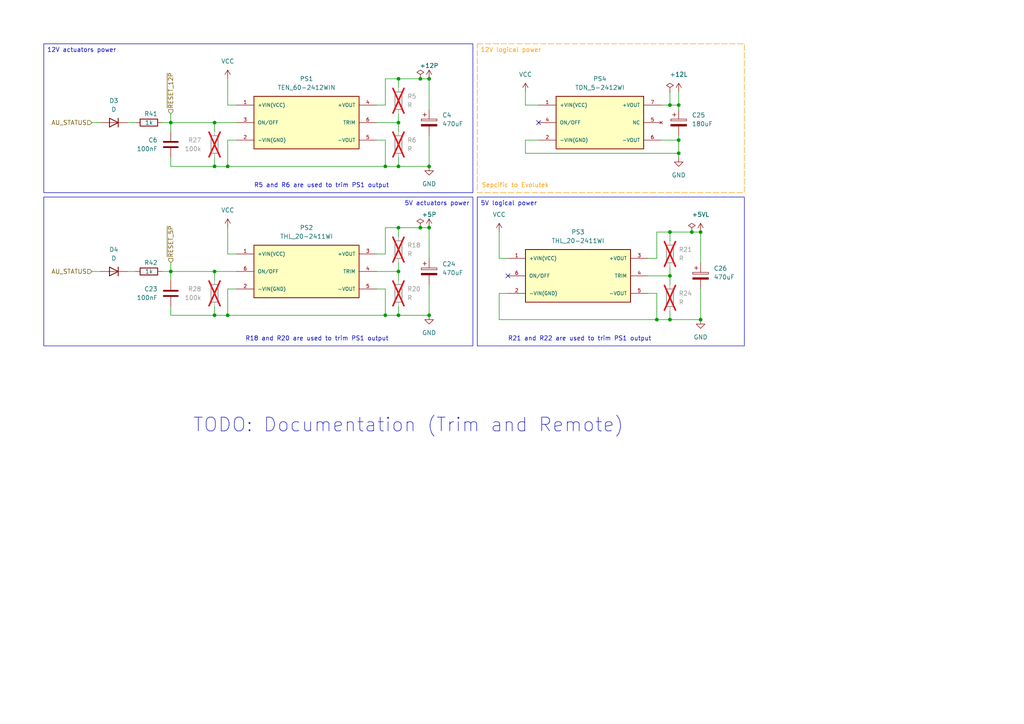
<source format=kicad_sch>
(kicad_sch (version 20230121) (generator eeschema)
  (paper "A4")
  (lib_symbols
    (symbol "ComponentsEvo:TDN_5-2412WI" (pin_names (offset 1.016))
      (property "Reference" "PS" (at -12.7 8.128 0))
      (property "Value" "TDN_5-2412WI" (at -12.7 -10.16 0))
      (symbol "TDN_5-2412WI_0_0"
        (rectangle (start -12.7 -7.62) (end 12.7 7.62) (stroke (width 0.254)) (fill (type background)))
        (pin input line (at -17.78 5.08 0) (length 5.08) (name "+VIN(VCC)") (number "1"))
        (pin input line (at -17.78 -5.08 0) (length 5.08) (name "-VIN(GND)") (number "2"))
        (pin input line (at -17.78 0 0) (length 5.08) (name "ON/OFF") (number "4"))
        (pin no_connect line (at 17.78 0 180) (length 5.08) (name "NC") (number "5"))
        (pin output line (at 17.78 -5.08 180) (length 5.08) (name "-VOUT") (number "6"))
        (pin output line (at 17.78 5.08 180) (length 5.08) (name "+VOUT") (number "7"))
      )
    )
    (symbol "ComponentsEvo:TEN_60-2412WIN" (pin_names (offset 1.016))
      (property "Reference" "PS" (at -15.24 10.16 0))
      (property "Value" "TEN_60-2412WIN" (at -15.24 -10.16 0))
      (symbol "TEN_60-2412WIN_0_0"
        (rectangle (start -15.24 -7.62) (end 15.24 7.62) (stroke (width 0.254)) (fill (type background)))
        (pin input line (at -20.32 5.08 0) (length 5.08) (name "+VIN(VCC)") (number "1"))
        (pin input line (at -20.32 -5.08 0) (length 5.08) (name "-VIN(GND)") (number "2"))
        (pin input line (at -20.32 0 0) (length 5.08) (name "ON/OFF") (number "3"))
        (pin output line (at 20.32 5.08 180) (length 5.08) (name "+VOUT") (number "4"))
        (pin output line (at 20.32 -5.08 180) (length 5.08) (name "-VOUT") (number "5"))
        (pin passive line (at 20.32 0 180) (length 5.08) (name "TRIM") (number "6"))
      )
    )
    (symbol "ComponentsEvo:THL_20-2411WI" (pin_names (offset 1.016))
      (property "Reference" "PS" (at -15.24 8.382 0))
      (property "Value" "THL_20-2411WI" (at -15.24 -10.16 0))
      (symbol "THL_20-2411WI_0_0"
        (rectangle (start -15.24 -7.62) (end 15.24 7.62) (stroke (width 0.254)) (fill (type background)))
        (pin input line (at -20.32 5.08 0) (length 5.08) (name "+VIN(VCC)") (number "1"))
        (pin input line (at -20.32 -5.08 0) (length 5.08) (name "-VIN(GND)") (number "2"))
        (pin output line (at 20.32 5.08 180) (length 5.08) (name "+VOUT") (number "3"))
        (pin passive line (at 20.32 0 180) (length 5.08) (name "TRIM") (number "4"))
        (pin output line (at 20.32 -5.08 180) (length 5.08) (name "-VOUT") (number "5"))
        (pin input line (at -20.32 0 0) (length 5.08) (name "ON/OFF") (number "6"))
      )
    )
    (symbol "Device:C" (pin_numbers hide) (pin_names (offset 0.254))
      (property "Reference" "C" (at 0.635 2.54 0))
      (property "Value" "C" (at 0.635 -2.54 0))
      (symbol "C_0_1"
        (polyline (pts (xy -2.032 -0.762) (xy 2.032 -0.762)) (stroke (width 0.508)))
        (polyline (pts (xy -2.032 0.762) (xy 2.032 0.762)) (stroke (width 0.508)))
      )
      (symbol "C_1_1"
        (pin passive line (at 0 3.81 270) (length 2.794) (name "~") (number "1"))
        (pin passive line (at 0 -3.81 90) (length 2.794) (name "~") (number "2"))
      )
    )
    (symbol "Device:C_Polarized" (pin_numbers hide) (pin_names (offset 0.254))
      (property "Reference" "C" (at 0.635 2.54 0))
      (property "Value" "C_Polarized" (at 0.635 -2.54 0))
      (symbol "C_Polarized_0_1"
        (rectangle (start -2.286 0.508) (end 2.286 1.016))
        (polyline (pts (xy -1.778 2.286) (xy -0.762 2.286)))
        (polyline (pts (xy -1.27 2.794) (xy -1.27 1.778)))
        (rectangle (start 2.286 -0.508) (end -2.286 -1.016) (fill (type outline)))
      )
      (symbol "C_Polarized_1_1"
        (pin passive line (at 0 3.81 270) (length 2.794) (name "~") (number "1"))
        (pin passive line (at 0 -3.81 90) (length 2.794) (name "~") (number "2"))
      )
    )
    (symbol "Device:D" (pin_numbers hide) (pin_names (offset 1.016) hide)
      (property "Reference" "D" (at 0 2.54 0))
      (property "Value" "D" (at 0 -2.54 0))
      (symbol "D_0_1"
        (polyline (pts (xy -1.27 1.27) (xy -1.27 -1.27)) (stroke (width 0.254)))
        (polyline (pts (xy 1.27 0) (xy -1.27 0)))
        (polyline (pts (xy 1.27 1.27) (xy 1.27 -1.27) (xy -1.27 0) (xy 1.27 1.27)) (stroke (width 0.254)))
      )
      (symbol "D_1_1"
        (pin passive line (at -3.81 0 0) (length 2.54) (name "K") (number "1"))
        (pin passive line (at 3.81 0 180) (length 2.54) (name "A") (number "2"))
      )
    )
    (symbol "Device:R" (pin_numbers hide) (pin_names (offset 0))
      (property "Reference" "R" (at 2.032 0 90))
      (property "Value" "R" (at 0 0 90))
      (symbol "R_0_1"
        (rectangle (start -1.016 -2.54) (end 1.016 2.54) (stroke (width 0.254)))
      )
      (symbol "R_1_1"
        (pin passive line (at 0 3.81 270) (length 1.27) (name "~") (number "1"))
        (pin passive line (at 0 -3.81 90) (length 1.27) (name "~") (number "2"))
      )
    )
    (symbol "power:+12L" (power) (pin_names (offset 0))
      (property "Value" "+12L" (at 0 3.556 0))
      (symbol "+12L_0_1"
        (polyline (pts (xy -0.762 1.27) (xy 0 2.54)))
        (polyline (pts (xy 0 0) (xy 0 2.54)))
        (polyline (pts (xy 0 2.54) (xy 0.762 1.27)))
      )
      (symbol "+12L_1_1"
        (pin power_in line (at 0 0 90) (length 0) hide (name "+12L") (number "1"))
      )
    )
    (symbol "power:+12P" (power) (pin_names (offset 0))
      (property "Value" "+12P" (at 0 3.556 0))
      (symbol "+12P_0_1"
        (polyline (pts (xy -0.762 1.27) (xy 0 2.54)))
        (polyline (pts (xy 0 0) (xy 0 2.54)))
        (polyline (pts (xy 0 2.54) (xy 0.762 1.27)))
      )
      (symbol "+12P_1_1"
        (pin power_in line (at 0 0 90) (length 0) hide (name "+12P") (number "1"))
      )
    )
    (symbol "power:+5P" (power) (pin_names (offset 0))
      (property "Value" "+5P" (at 0 3.556 0))
      (symbol "+5P_0_1"
        (polyline (pts (xy -0.762 1.27) (xy 0 2.54)))
        (polyline (pts (xy 0 0) (xy 0 2.54)))
        (polyline (pts (xy 0 2.54) (xy 0.762 1.27)))
      )
      (symbol "+5P_1_1"
        (pin power_in line (at 0 0 90) (length 0) hide (name "+5P") (number "1"))
      )
    )
    (symbol "power:+5VL" (power) (pin_names (offset 0))
      (property "Value" "+5VL" (at 0 3.556 0))
      (symbol "+5VL_0_1"
        (polyline (pts (xy -0.762 1.27) (xy 0 2.54)))
        (polyline (pts (xy 0 0) (xy 0 2.54)))
        (polyline (pts (xy 0 2.54) (xy 0.762 1.27)))
      )
      (symbol "+5VL_1_1"
        (pin power_in line (at 0 0 90) (length 0) hide (name "+5VL") (number "1"))
      )
    )
    (symbol "power:GND" (power) (pin_names (offset 0))
      (property "Value" "GND" (at 0 -3.81 0))
      (symbol "GND_0_1"
        (polyline (pts (xy 0 0) (xy 0 -1.27) (xy 1.27 -1.27) (xy 0 -2.54) (xy -1.27 -1.27) (xy 0 -1.27)))
      )
      (symbol "GND_1_1"
        (pin power_in line (at 0 0 270) (length 0) hide (name "GND") (number "1"))
      )
    )
    (symbol "power:PWR_FLAG" (power) (pin_numbers hide) (pin_names (offset 0) hide)
      (property "Value" "PWR_FLAG" (at 0 3.81 0))
      (symbol "PWR_FLAG_0_0"
        (pin power_out line (at 0 0 90) (length 0) (name "pwr") (number "1"))
      )
      (symbol "PWR_FLAG_0_1"
        (polyline (pts (xy 0 0) (xy 0 1.27) (xy -1.016 1.905) (xy 0 2.54) (xy 1.016 1.905) (xy 0 1.27)))
      )
    )
    (symbol "power:VCC" (power) (pin_names (offset 0))
      (property "Value" "VCC" (at 0 3.81 0))
      (symbol "VCC_0_1"
        (polyline (pts (xy -0.762 1.27) (xy 0 2.54)))
        (polyline (pts (xy 0 0) (xy 0 2.54)))
        (polyline (pts (xy 0 2.54) (xy 0.762 1.27)))
      )
      (symbol "VCC_1_1"
        (pin power_in line (at 0 0 90) (length 0) hide (name "VCC") (number "1"))
      )
    )
  )
  (junction (at 196.85 30.48))
  (junction (at 115.57 78.74))
  (junction (at 111.76 91.44))
  (junction (at 121.92 66.04))
  (junction (at 62.23 78.74))
  (junction (at 121.92 22.86))
  (junction (at 194.31 30.48))
  (junction (at 62.23 91.44))
  (junction (at 62.23 48.26))
  (junction (at 124.46 48.26))
  (junction (at 124.46 66.04))
  (junction (at 49.53 35.56))
  (junction (at 62.23 35.56))
  (junction (at 200.66 67.31))
  (junction (at 190.5 92.71))
  (junction (at 194.31 67.31))
  (junction (at 66.04 48.26))
  (junction (at 115.57 35.56))
  (junction (at 115.57 48.26))
  (junction (at 66.04 91.44))
  (junction (at 49.53 78.74))
  (junction (at 124.46 91.44))
  (junction (at 203.2 92.71))
  (junction (at 194.31 80.01))
  (junction (at 115.57 22.86))
  (junction (at 196.85 40.64))
  (junction (at 111.76 48.26))
  (junction (at 115.57 66.04))
  (junction (at 196.85 44.45))
  (junction (at 124.46 22.86))
  (junction (at 115.57 91.44))
  (junction (at 203.2 67.31))
  (junction (at 194.31 92.71))
  (no_connect (at 147.32 80.01))
  (no_connect (at 156.21 35.56))
  (wire (pts (xy 26.67 35.56) (xy 29.21 35.56)))
  (wire (pts (xy 66.04 66.04) (xy 66.04 73.66)))
  (wire (pts (xy 124.46 91.44) (xy 115.57 91.44)))
  (wire (pts (xy 49.53 91.44) (xy 62.23 91.44)))
  (wire (pts (xy 111.76 91.44) (xy 66.04 91.44)))
  (wire (pts (xy 66.04 40.64) (xy 66.04 48.26)))
  (wire (pts (xy 49.53 91.44) (xy 49.53 88.9)))
  (wire (pts (xy 203.2 83.82) (xy 203.2 92.71)))
  (wire (pts (xy 36.83 35.56) (xy 39.37 35.56)))
  (wire (pts (xy 190.5 85.09) (xy 190.5 92.71)))
  (wire (pts (xy 190.5 92.71) (xy 194.31 92.71)))
  (wire (pts (xy 203.2 92.71) (xy 194.31 92.71)))
  (wire (pts (xy 124.46 48.26) (xy 115.57 48.26)))
  (wire (pts (xy 196.85 40.64) (xy 196.85 39.37)))
  (wire (pts (xy 49.53 78.74) (xy 62.23 78.74)))
  (wire (pts (xy 187.96 80.01) (xy 194.31 80.01)))
  (wire (pts (xy 147.32 85.09) (xy 144.78 85.09)))
  (wire (pts (xy 46.99 35.56) (xy 49.53 35.56)))
  (wire (pts (xy 111.76 48.26) (xy 115.57 48.26)))
  (wire (pts (xy 124.46 22.86) (xy 124.46 31.75)))
  (wire (pts (xy 187.96 85.09) (xy 190.5 85.09)))
  (wire (pts (xy 115.57 33.02) (xy 115.57 35.56)))
  (wire (pts (xy 115.57 66.04) (xy 115.57 68.58)))
  (wire (pts (xy 115.57 66.04) (xy 121.92 66.04)))
  (wire (pts (xy 115.57 76.2) (xy 115.57 78.74)))
  (wire (pts (xy 121.92 66.04) (xy 124.46 66.04)))
  (wire (pts (xy 62.23 35.56) (xy 62.23 38.1)))
  (wire (pts (xy 115.57 22.86) (xy 115.57 25.4)))
  (wire (pts (xy 152.4 44.45) (xy 152.4 40.64)))
  (wire (pts (xy 194.31 26.67) (xy 194.31 30.48)))
  (wire (pts (xy 68.58 40.64) (xy 66.04 40.64)))
  (wire (pts (xy 190.5 67.31) (xy 190.5 74.93)))
  (wire (pts (xy 124.46 66.04) (xy 124.46 74.93)))
  (wire (pts (xy 111.76 66.04) (xy 111.76 73.66)))
  (wire (pts (xy 152.4 30.48) (xy 156.21 30.48)))
  (wire (pts (xy 49.53 48.26) (xy 62.23 48.26)))
  (wire (pts (xy 109.22 35.56) (xy 115.57 35.56)))
  (wire (pts (xy 111.76 40.64) (xy 111.76 48.26)))
  (wire (pts (xy 26.67 78.74) (xy 29.21 78.74)))
  (wire (pts (xy 115.57 22.86) (xy 121.92 22.86)))
  (wire (pts (xy 190.5 92.71) (xy 144.78 92.71)))
  (wire (pts (xy 115.57 91.44) (xy 115.57 88.9)))
  (wire (pts (xy 36.83 78.74) (xy 39.37 78.74)))
  (wire (pts (xy 62.23 35.56) (xy 68.58 35.56)))
  (wire (pts (xy 115.57 38.1) (xy 115.57 35.56)))
  (wire (pts (xy 187.96 74.93) (xy 190.5 74.93)))
  (wire (pts (xy 49.53 33.02) (xy 49.53 35.56)))
  (wire (pts (xy 121.92 22.86) (xy 124.46 22.86)))
  (wire (pts (xy 62.23 91.44) (xy 66.04 91.44)))
  (wire (pts (xy 111.76 91.44) (xy 115.57 91.44)))
  (wire (pts (xy 68.58 83.82) (xy 66.04 83.82)))
  (wire (pts (xy 111.76 48.26) (xy 66.04 48.26)))
  (wire (pts (xy 191.77 30.48) (xy 194.31 30.48)))
  (wire (pts (xy 62.23 45.72) (xy 62.23 48.26)))
  (wire (pts (xy 196.85 45.72) (xy 196.85 44.45)))
  (wire (pts (xy 111.76 83.82) (xy 111.76 91.44)))
  (wire (pts (xy 62.23 48.26) (xy 66.04 48.26)))
  (wire (pts (xy 62.23 78.74) (xy 62.23 81.28)))
  (wire (pts (xy 66.04 73.66) (xy 68.58 73.66)))
  (wire (pts (xy 191.77 40.64) (xy 196.85 40.64)))
  (wire (pts (xy 194.31 82.55) (xy 194.31 80.01)))
  (wire (pts (xy 66.04 83.82) (xy 66.04 91.44)))
  (wire (pts (xy 144.78 67.31) (xy 144.78 74.93)))
  (wire (pts (xy 194.31 67.31) (xy 200.66 67.31)))
  (wire (pts (xy 196.85 30.48) (xy 196.85 31.75)))
  (wire (pts (xy 194.31 67.31) (xy 194.31 69.85)))
  (wire (pts (xy 66.04 30.48) (xy 68.58 30.48)))
  (wire (pts (xy 152.4 26.67) (xy 152.4 30.48)))
  (wire (pts (xy 49.53 48.26) (xy 49.53 45.72)))
  (wire (pts (xy 62.23 78.74) (xy 68.58 78.74)))
  (wire (pts (xy 124.46 39.37) (xy 124.46 48.26)))
  (wire (pts (xy 200.66 67.31) (xy 203.2 67.31)))
  (wire (pts (xy 115.57 48.26) (xy 115.57 45.72)))
  (wire (pts (xy 196.85 26.67) (xy 196.85 30.48)))
  (wire (pts (xy 190.5 67.31) (xy 194.31 67.31)))
  (wire (pts (xy 194.31 77.47) (xy 194.31 80.01)))
  (wire (pts (xy 49.53 78.74) (xy 49.53 81.28)))
  (wire (pts (xy 46.99 78.74) (xy 49.53 78.74)))
  (wire (pts (xy 111.76 30.48) (xy 111.76 22.86)))
  (wire (pts (xy 66.04 22.86) (xy 66.04 30.48)))
  (wire (pts (xy 194.31 30.48) (xy 196.85 30.48)))
  (wire (pts (xy 109.22 40.64) (xy 111.76 40.64)))
  (wire (pts (xy 49.53 76.2) (xy 49.53 78.74)))
  (wire (pts (xy 124.46 82.55) (xy 124.46 91.44)))
  (wire (pts (xy 49.53 35.56) (xy 62.23 35.56)))
  (wire (pts (xy 144.78 85.09) (xy 144.78 92.71)))
  (wire (pts (xy 194.31 92.71) (xy 194.31 90.17)))
  (wire (pts (xy 109.22 30.48) (xy 111.76 30.48)))
  (wire (pts (xy 62.23 88.9) (xy 62.23 91.44)))
  (wire (pts (xy 109.22 78.74) (xy 115.57 78.74)))
  (wire (pts (xy 196.85 44.45) (xy 196.85 40.64)))
  (wire (pts (xy 115.57 81.28) (xy 115.57 78.74)))
  (wire (pts (xy 152.4 40.64) (xy 156.21 40.64)))
  (wire (pts (xy 144.78 74.93) (xy 147.32 74.93)))
  (wire (pts (xy 109.22 83.82) (xy 111.76 83.82)))
  (wire (pts (xy 196.85 44.45) (xy 152.4 44.45)))
  (wire (pts (xy 111.76 66.04) (xy 115.57 66.04)))
  (wire (pts (xy 203.2 67.31) (xy 203.2 76.2)))
  (wire (pts (xy 49.53 35.56) (xy 49.53 38.1)))
  (wire (pts (xy 109.22 73.66) (xy 111.76 73.66)))
  (wire (pts (xy 111.76 22.86) (xy 115.57 22.86)))
  (text_box "5V actuators power" (at 12.7 57.15 0) (size 124.46 43.18) (effects (font (size 1.27 1.27)) (justify right top)))
  (text_box "12V actuators power" (at 12.7 12.7 0) (size 124.46 43.18) (effects (font (size 1.27 1.27)) (justify left top)))
  (text_box "5V logical power" (at 138.43 57.15 0) (size 77.47 43.18) (effects (font (size 1.27 1.27)) (justify left top)))
  (text_box "12V logical power" (at 138.43 12.7 0) (size 77.47 43.18) (stroke (width 0) (type dash) (color 255 153 0 1)) (effects (font (size 1.27 1.27)) (justify left top)))
  (text "TODO: Documentation (Trim and Remote)" (at 55.88 125.73 0) (effects (font (size 4 4)) (justify left bottom)))
  (text "R21 and R22 are used to trim PS1 output" (at 147.32 99.06 0) (effects (font (size 1.27 1.27)) (justify left bottom)))
  (text "Sepcific to Evolutek" (at 139.7 54.61 0) (effects (font (size 1.27 1.27)) (justify left bottom)))
  (text "R18 and R20 are used to trim PS1 output" (at 71.12 99.06 0) (effects (font (size 1.27 1.27)) (justify left bottom)))
  (text "R5 and R6 are used to trim PS1 output" (at 73.66 54.61 0) (effects (font (size 1.27 1.27)) (justify left bottom)))
  (hierarchical_label "~{RESET_5P}" (shape input) (at 49.53 76.2 90))
  (hierarchical_label "AU_STATUS" (shape input) (at 26.67 35.56 180))
  (hierarchical_label "AU_STATUS" (shape input) (at 26.67 78.74 180))
  (hierarchical_label "~{RESET_12P}" (shape input) (at 49.53 33.02 90))
  (symbol (lib_id "power:VCC") (at 152.4 26.67 0) (unit 1)
    (property "Reference" "#PWR051" (effects hide))
    (property "Value" "VCC" (at 152.4 21.59 0))
  )
  (symbol (lib_id "Device:D") (at 33.02 78.74 180) (unit 1)
    (property "Reference" "D4" (at 33.02 72.39 0))
    (property "Value" "D" (at 33.02 74.93 0))
    (property "Sim.Device" "D" (effects hide))
    (property "Sim.Pins" "1=K 2=A" (effects hide))
  )
  (symbol (lib_id "Device:R") (at 43.18 78.74 90) (mirror x) (unit 1)
    (property "Reference" "R42" (at 45.72 76.2 90) (effects (justify left)))
    (property "Value" "1k" (at 44.45 78.74 90) (effects (justify left)))
  )
  (symbol (lib_id "Device:R") (at 115.57 29.21 0) (unit 1) (in_bom no) (dnp yes)
    (property "Reference" "R5" (at 118.11 27.94 0) (effects (justify left)))
    (property "Value" "R" (at 118.11 30.48 0) (effects (justify left)))
  )
  (symbol (lib_id "Device:C") (at 49.53 41.91 0) (mirror y) (unit 1)
    (property "Reference" "C6" (at 45.72 40.64 0) (effects (justify left)))
    (property "Value" "100nF" (at 45.72 43.18 0) (effects (justify left)))
  )
  (symbol (lib_id "power:VCC") (at 66.04 22.86 0) (unit 1)
    (property "Reference" "#PWR042" (effects hide))
    (property "Value" "VCC" (at 66.04 17.78 0))
  )
  (symbol (lib_id "Device:C_Polarized") (at 196.85 35.56 0) (unit 1)
    (property "Reference" "C25" (at 200.66 33.401 0) (effects (justify left)))
    (property "Value" "180uF" (at 200.66 35.941 0) (effects (justify left)))
  )
  (symbol (lib_id "power:GND") (at 196.85 45.72 0) (unit 1)
    (property "Reference" "#PWR050" (effects hide))
    (property "Value" "GND" (at 196.85 50.8 0))
  )
  (symbol (lib_id "Device:R") (at 194.31 73.66 0) (unit 1) (in_bom no) (dnp yes)
    (property "Reference" "R21" (at 196.85 72.39 0) (effects (justify left)))
    (property "Value" "R" (at 196.85 74.93 0) (effects (justify left)))
  )
  (symbol (lib_id "Device:R") (at 115.57 72.39 0) (unit 1) (in_bom no) (dnp yes)
    (property "Reference" "R18" (at 118.11 71.12 0) (effects (justify left)))
    (property "Value" "R" (at 118.11 73.66 0) (effects (justify left)))
  )
  (symbol (lib_id "power:+12L") (at 196.85 26.67 0) (unit 1)
    (property "Reference" "#PWR049" (effects hide))
    (property "Value" "+12L" (at 196.85 21.59 0))
  )
  (symbol (lib_id "ComponentsEvo:TDN_5-2412WI") (at 173.99 35.56 0) (unit 1)
    (property "Reference" "PS4" (at 173.99 22.86 0))
    (property "Value" "TDN_5-2412WI" (at 173.99 25.4 0))
    (property "Footprint" "ComponentsEvo:TRACO_CONV_TDN" (effects hide))
    (property "MANUFACTURER" "Traco Power" (effects hide))
    (property "STANDARD" "IPC 7351B" (effects hide))
    (property "MAXIMUM_PACKAGE_HEIGHT" "10.7 mm" (effects hide))
    (property "PARTREV" "May 18, 2020" (effects hide))
  )
  (symbol (lib_id "power:PWR_FLAG") (at 200.66 67.31 0) (unit 1)
    (property "Reference" "#FLG04" (effects hide))
    (property "Value" "PWR_FLAG" (effects hide))
    (instances (project "Carte Alim" (path "" (reference "#FLG04") (unit 1)) (path "" (reference "#FLG07") (unit 1))))
  )
  (symbol (lib_id "power:PWR_FLAG") (at 194.31 26.67 0) (unit 1)
    (property "Reference" "#FLG04" (effects hide))
    (property "Value" "PWR_FLAG" (effects hide))
    (instances (project "Carte Alim" (path "" (reference "#FLG04") (unit 1)) (path "" (reference "#FLG08") (unit 1))))
  )
  (symbol (lib_id "Device:R") (at 115.57 85.09 0) (unit 1) (in_bom no) (dnp yes)
    (property "Reference" "R20" (at 118.11 83.82 0) (effects (justify left)))
    (property "Value" "R" (at 118.11 86.36 0) (effects (justify left)))
  )
  (symbol (lib_id "power:VCC") (at 144.78 67.31 0) (unit 1)
    (property "Reference" "#PWR046" (effects hide))
    (property "Value" "VCC" (at 144.78 62.23 0))
  )
  (symbol (lib_id "Device:R") (at 43.18 35.56 90) (mirror x) (unit 1)
    (property "Reference" "R41" (at 45.72 33.02 90) (effects (justify left)))
    (property "Value" "1k" (at 44.45 35.56 90) (effects (justify left)))
  )
  (symbol (lib_id "Device:R") (at 194.31 86.36 0) (unit 1) (in_bom no) (dnp yes)
    (property "Reference" "R24" (at 196.85 85.09 0) (effects (justify left)))
    (property "Value" "R" (at 196.85 87.63 0) (effects (justify left)))
  )
  (symbol (lib_id "power:VCC") (at 66.04 66.04 0) (unit 1)
    (property "Reference" "#PWR043" (effects hide))
    (property "Value" "VCC" (at 66.04 60.96 0))
  )
  (symbol (lib_id "Device:R") (at 62.23 85.09 0) (mirror y) (unit 1) (in_bom no) (dnp yes)
    (property "Reference" "R28" (at 58.42 83.82 0) (effects (justify left)))
    (property "Value" "100k" (at 58.42 86.36 0) (effects (justify left)))
  )
  (symbol (lib_id "power:GND") (at 124.46 91.44 0) (unit 1)
    (property "Reference" "#PWR045" (effects hide))
    (property "Value" "GND" (at 124.46 96.52 0))
  )
  (symbol (lib_id "Device:R") (at 62.23 41.91 0) (mirror y) (unit 1) (in_bom no) (dnp yes)
    (property "Reference" "R27" (at 58.42 40.64 0) (effects (justify left)))
    (property "Value" "100k" (at 58.42 43.18 0) (effects (justify left)))
  )
  (symbol (lib_id "power:PWR_FLAG") (at 121.92 22.86 0) (unit 1)
    (property "Reference" "#FLG04" (effects hide))
    (property "Value" "PWR_FLAG" (effects hide))
    (instances (project "Carte Alim" (path "" (reference "#FLG04") (unit 1)) (path "" (reference "#FLG05") (unit 1))))
  )
  (symbol (lib_id "Device:C_Polarized") (at 124.46 35.56 0) (unit 1)
    (property "Reference" "C4" (at 128.27 33.401 0) (effects (justify left)))
    (property "Value" "470uF" (at 128.27 35.941 0) (effects (justify left)))
  )
  (symbol (lib_id "power:GND") (at 203.2 92.71 0) (unit 1)
    (property "Reference" "#PWR048" (effects hide))
    (property "Value" "GND" (at 203.2 97.79 0))
  )
  (symbol (lib_id "power:+5VL") (at 203.2 67.31 0) (unit 1)
    (property "Reference" "#PWR047" (effects hide))
    (property "Value" "+5VL" (at 203.2 62.23 0))
  )
  (symbol (lib_id "power:+12P") (at 124.46 22.86 0) (unit 1)
    (property "Reference" "#PWR024" (effects hide))
    (property "Value" "+12P" (at 124.46 19.05 0))
  )
  (symbol (lib_id "power:GND") (at 124.46 48.26 0) (unit 1)
    (property "Reference" "#PWR041" (effects hide))
    (property "Value" "GND" (at 124.46 53.34 0))
  )
  (symbol (lib_id "Device:C_Polarized") (at 203.2 80.01 0) (unit 1)
    (property "Reference" "C26" (at 207.01 77.851 0) (effects (justify left)))
    (property "Value" "470uF" (at 207.01 80.391 0) (effects (justify left)))
  )
  (symbol (lib_id "Device:R") (at 115.57 41.91 0) (unit 1) (in_bom no) (dnp yes)
    (property "Reference" "R6" (at 118.11 40.64 0) (effects (justify left)))
    (property "Value" "R" (at 118.11 43.18 0) (effects (justify left)))
  )
  (symbol (lib_id "power:+5P") (at 124.46 66.04 0) (unit 1)
    (property "Reference" "#PWR044" (effects hide))
    (property "Value" "+5P" (at 124.46 62.23 0))
  )
  (symbol (lib_id "ComponentsEvo:THL_20-2411WI") (at 167.64 80.01 0) (unit 1)
    (property "Reference" "PS3" (at 167.64 67.31 0))
    (property "Value" "THL_20-2411WI" (at 167.64 69.85 0))
    (property "Footprint" "ComponentsEvo:TRACO_CONV_THL" (effects hide))
    (property "STANDARD" "Manufacturer Recommendations" (effects hide))
    (property "MANUFACTURER" "Traco Power" (effects hide))
    (property "PARTREV" "Jan 18, 2021" (effects hide))
    (property "MAXIMUM_PACKAGE_HEIGHT" "10.16 mm" (effects hide))
  )
  (symbol (lib_id "Device:D") (at 33.02 35.56 180) (unit 1)
    (property "Reference" "D3" (at 33.02 29.21 0))
    (property "Value" "D" (at 33.02 31.75 0))
    (property "Sim.Device" "D" (effects hide))
    (property "Sim.Pins" "1=K 2=A" (effects hide))
  )
  (symbol (lib_id "Device:C") (at 49.53 85.09 0) (mirror y) (unit 1)
    (property "Reference" "C23" (at 45.72 83.82 0) (effects (justify left)))
    (property "Value" "100nF" (at 45.72 86.36 0) (effects (justify left)))
  )
  (symbol (lib_id "ComponentsEvo:TEN_60-2412WIN") (at 88.9 35.56 0) (unit 1)
    (property "Reference" "PS1" (at 88.9 22.86 0))
    (property "Value" "TEN_60-2412WIN" (at 88.9 25.4 0))
    (property "Footprint" "ComponentsEvo:TRACO_CONV_TEN" (effects hide))
    (property "STANDARD" "Manufacturer Recommendations" (effects hide))
    (property "PARTREV" "January 27, 2021" (effects hide))
    (property "MANUFACTURER" "Traco Power" (effects hide))
    (property "MAXIMUM_PACKAGE_HEIGHT" "10.7mm" (effects hide))
  )
  (symbol (lib_id "ComponentsEvo:THL_20-2411WI") (at 88.9 78.74 0) (unit 1)
    (property "Reference" "PS2" (at 88.9 66.04 0))
    (property "Value" "THL_20-2411WI" (at 88.9 68.58 0))
    (property "Footprint" "ComponentsEvo:TRACO_CONV_THL" (effects hide))
    (property "STANDARD" "Manufacturer Recommendations" (effects hide))
    (property "MANUFACTURER" "Traco Power" (effects hide))
    (property "PARTREV" "Jan 18, 2021" (effects hide))
    (property "MAXIMUM_PACKAGE_HEIGHT" "10.16 mm" (effects hide))
  )
  (symbol (lib_id "power:PWR_FLAG") (at 121.92 66.04 0) (unit 1)
    (property "Reference" "#FLG04" (effects hide))
    (property "Value" "PWR_FLAG" (effects hide))
    (instances (project "Carte Alim" (path "" (reference "#FLG04") (unit 1)) (path "" (reference "#FLG06") (unit 1))))
  )
  (symbol (lib_id "Device:C_Polarized") (at 124.46 78.74 0) (unit 1)
    (property "Reference" "C24" (at 128.27 76.581 0) (effects (justify left)))
    (property "Value" "470uF" (at 128.27 79.121 0) (effects (justify left)))
  )
)
</source>
